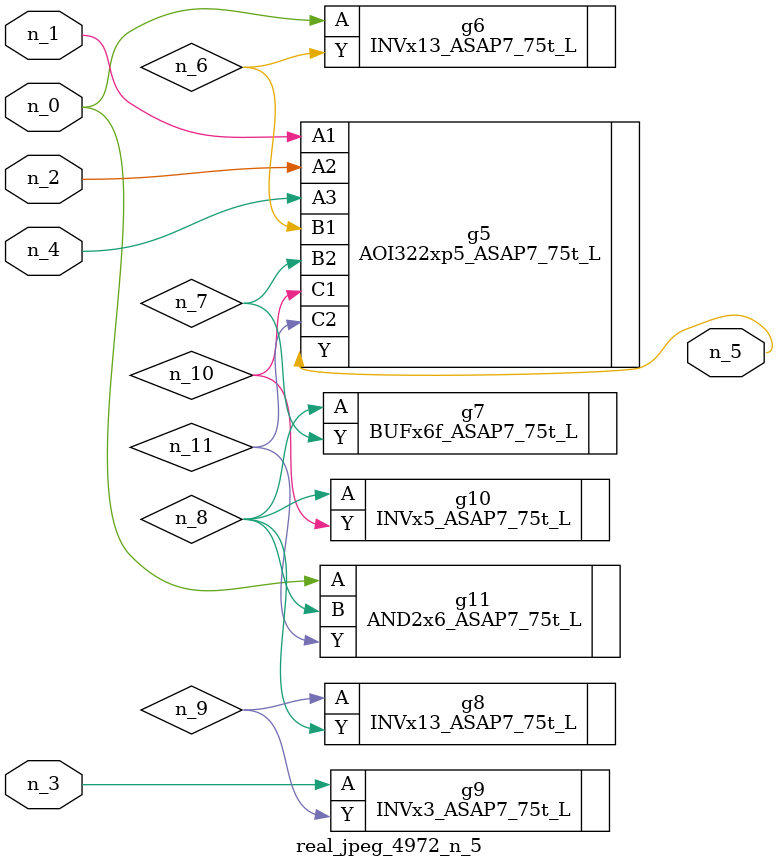
<source format=v>
module real_jpeg_4972_n_5 (n_4, n_0, n_1, n_2, n_3, n_5);

input n_4;
input n_0;
input n_1;
input n_2;
input n_3;

output n_5;

wire n_8;
wire n_11;
wire n_6;
wire n_7;
wire n_10;
wire n_9;

INVx13_ASAP7_75t_L g6 ( 
.A(n_0),
.Y(n_6)
);

AND2x6_ASAP7_75t_L g11 ( 
.A(n_0),
.B(n_8),
.Y(n_11)
);

AOI322xp5_ASAP7_75t_L g5 ( 
.A1(n_1),
.A2(n_2),
.A3(n_4),
.B1(n_6),
.B2(n_7),
.C1(n_10),
.C2(n_11),
.Y(n_5)
);

INVx3_ASAP7_75t_L g9 ( 
.A(n_3),
.Y(n_9)
);

BUFx6f_ASAP7_75t_L g7 ( 
.A(n_8),
.Y(n_7)
);

INVx5_ASAP7_75t_L g10 ( 
.A(n_8),
.Y(n_10)
);

INVx13_ASAP7_75t_L g8 ( 
.A(n_9),
.Y(n_8)
);


endmodule
</source>
